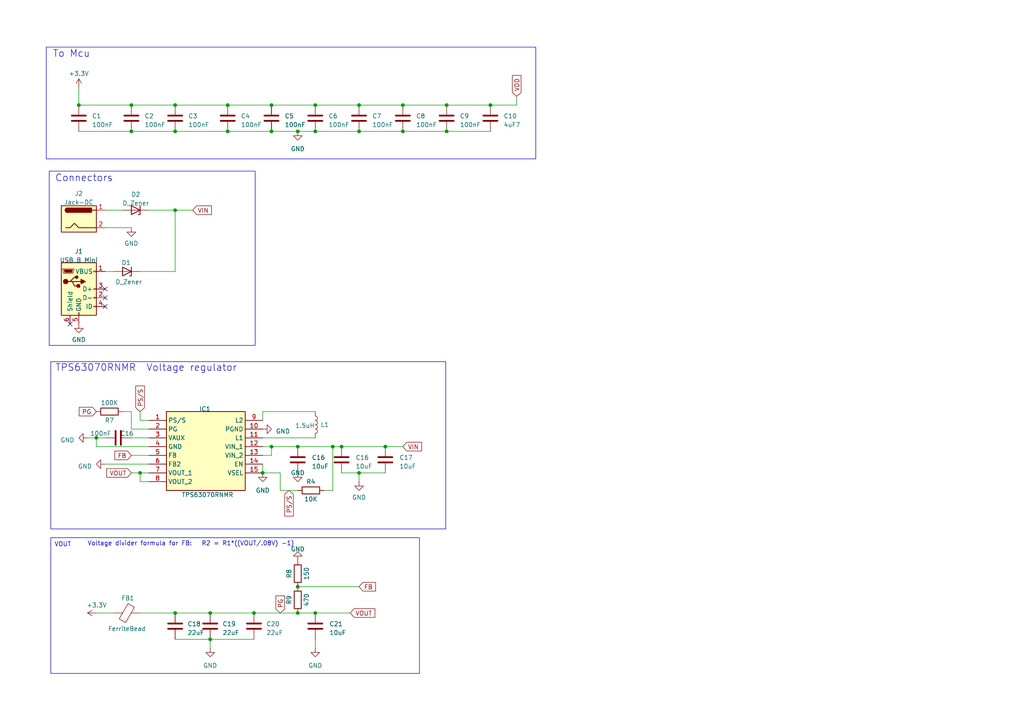
<source format=kicad_sch>
(kicad_sch (version 20230121) (generator eeschema)
  (paper "A4")
  (title_block (title "Component Supply") (date "2023-03-21") (rev "1.0"))
  (lib_symbols
    (symbol "Connector:Jack-DC" (pin_names (offset 1.016))
      (property "Reference" "J2" (at 0 7.366 0))
      (property "Value" "Jack-DC" (at 0 4.826 0))
      (symbol "Jack-DC_0_1"
        (rectangle (start -5.08 3.81) (end 5.08 -3.81) (stroke (width 0.254)) (fill (type background)))
        (arc (start -3.302 3.175) (mid -3.9343 2.54) (end -3.302 1.905) (stroke (width 0.254)))
        (arc (start -3.302 3.175) (mid -3.9343 2.54) (end -3.302 1.905) (stroke (width 0.254)) (fill (type outline)))
        (rectangle (start -3.302 3.175) (end 3.683 1.905) (stroke (width 0.254)) (fill (type outline)))
        (polyline (pts (xy 5.08 2.54) (xy 3.81 2.54)) (stroke (width 0.254)))
        (polyline (pts (xy -3.81 -2.54) (xy -2.54 -2.54) (xy -1.27 -1.27) (xy 0 -2.54) (xy 2.54 -2.54) (xy 5.08 -2.54)) (stroke (width 0.254)))
      )
      (symbol "Jack-DC_1_1"
        (pin power_out line (at 7.62 2.54 180) (length 2.54) (name "~") (number "1"))
        (pin passive line (at 7.62 -2.54 180) (length 2.54) (name "~") (number "2"))
      )
    )
    (symbol "Connector:USB_B_Mini" (pin_names (offset 1.016))
      (property "Reference" "J" (at -5.08 11.43 0))
      (property "Value" "USB_B_Mini" (at -5.08 8.89 0))
      (symbol "USB_B_Mini_0_1"
        (rectangle (start -5.08 -7.62) (end 5.08 7.62) (stroke (width 0.254)) (fill (type background)))
        (circle (center -3.81 2.159) (radius 0.635) (stroke (width 0.254)) (fill (type outline)))
        (circle (center -0.635 3.429) (radius 0.381) (stroke (width 0.254)) (fill (type outline)))
        (rectangle (start -0.127 -7.62) (end 0.127 -6.858))
        (polyline (pts (xy -1.905 2.159) (xy 0.635 2.159)) (stroke (width 0.254)))
        (polyline (pts (xy -3.175 2.159) (xy -2.54 2.159) (xy -1.27 3.429) (xy -0.635 3.429)) (stroke (width 0.254)))
        (polyline (pts (xy -2.54 2.159) (xy -1.905 2.159) (xy -1.27 0.889) (xy 0 0.889)) (stroke (width 0.254)))
        (polyline (pts (xy 0.635 2.794) (xy 0.635 1.524) (xy 1.905 2.159) (xy 0.635 2.794)) (stroke (width 0.254)) (fill (type outline)))
        (polyline (pts (xy -4.318 5.588) (xy -1.778 5.588) (xy -2.032 4.826) (xy -4.064 4.826) (xy -4.318 5.588)) (fill (type outline)))
        (polyline (pts (xy -4.699 5.842) (xy -4.699 5.588) (xy -4.445 4.826) (xy -4.445 4.572) (xy -1.651 4.572) (xy -1.651 4.826) (xy -1.397 5.588) (xy -1.397 5.842) (xy -4.699 5.842)))
        (rectangle (start 0.254 1.27) (end -0.508 0.508) (stroke (width 0.254)) (fill (type outline)))
        (rectangle (start 5.08 -5.207) (end 4.318 -4.953))
        (rectangle (start 5.08 -2.667) (end 4.318 -2.413))
        (rectangle (start 5.08 -0.127) (end 4.318 0.127))
        (rectangle (start 5.08 4.953) (end 4.318 5.207))
      )
      (symbol "USB_B_Mini_1_1"
        (pin power_out line (at 7.62 5.08 180) (length 2.54) (name "VBUS") (number "1"))
        (pin bidirectional line (at 7.62 -2.54 180) (length 2.54) (name "D-") (number "2"))
        (pin bidirectional line (at 7.62 0 180) (length 2.54) (name "D+") (number "3"))
        (pin passive line (at 7.62 -5.08 180) (length 2.54) (name "ID") (number "4"))
        (pin power_out line (at 0 -10.16 90) (length 2.54) (name "GND") (number "5"))
        (pin passive line (at -2.54 -10.16 90) (length 2.54) (name "Shield") (number "6"))
      )
    )
    (symbol "Device:C" (pin_numbers hide) (pin_names (offset 0.254))
      (property "Reference" "C" (at 0.635 2.54 0))
      (property "Value" "C" (at 0.635 -2.54 0))
      (symbol "C_0_1"
        (polyline (pts (xy -2.032 -0.762) (xy 2.032 -0.762)) (stroke (width 0.508)))
        (polyline (pts (xy -2.032 0.762) (xy 2.032 0.762)) (stroke (width 0.508)))
      )
      (symbol "C_1_1"
        (pin passive line (at 0 3.81 270) (length 2.794) (name "~") (number "1"))
        (pin passive line (at 0 -3.81 90) (length 2.794) (name "~") (number "2"))
      )
    )
    (symbol "Device:D_Zener" (pin_numbers hide) (pin_names (offset 1.016) hide)
      (property "Reference" "D" (at 0 2.54 0))
      (property "Value" "D_Zener" (at 0 -2.54 0))
      (symbol "D_Zener_0_1"
        (polyline (pts (xy 1.27 0) (xy -1.27 0)))
        (polyline (pts (xy -1.27 -1.27) (xy -1.27 1.27) (xy -0.762 1.27)) (stroke (width 0.254)))
        (polyline (pts (xy 1.27 -1.27) (xy 1.27 1.27) (xy -1.27 0) (xy 1.27 -1.27)) (stroke (width 0.254)))
      )
      (symbol "D_Zener_1_1"
        (pin passive line (at -3.81 0 0) (length 2.54) (name "K") (number "1"))
        (pin passive line (at 3.81 0 180) (length 2.54) (name "A") (number "2"))
      )
    )
    (symbol "Device:FerriteBead" (pin_numbers hide) (pin_names (offset 0))
      (property "Reference" "FB" (at -3.81 0.635 90))
      (property "Value" "FerriteBead" (at 3.81 0 90))
      (symbol "FerriteBead_0_1"
        (polyline (pts (xy 0 -1.27) (xy 0 -1.2192)))
        (polyline (pts (xy 0 1.27) (xy 0 1.2954)))
        (polyline (pts (xy -2.7686 0.4064) (xy -1.7018 2.2606) (xy 2.7686 -0.3048) (xy 1.6764 -2.159) (xy -2.7686 0.4064)))
      )
      (symbol "FerriteBead_1_1"
        (pin passive line (at 0 3.81 270) (length 2.54) (name "~") (number "1"))
        (pin passive line (at 0 -3.81 90) (length 2.54) (name "~") (number "2"))
      )
    )
    (symbol "Device:L" (pin_numbers hide) (pin_names (offset 1.016) hide)
      (property "Reference" "L" (at -1.27 0 90))
      (property "Value" "L" (at 1.905 0 90))
      (symbol "L_0_1"
        (arc (start 0 -2.54) (mid 0.6323 -1.905) (end 0 -1.27))
        (arc (start 0 -1.27) (mid 0.6323 -0.635) (end 0 0))
        (arc (start 0 0) (mid 0.6323 0.635) (end 0 1.27))
        (arc (start 0 1.27) (mid 0.6323 1.905) (end 0 2.54))
      )
      (symbol "L_1_1"
        (pin passive line (at 0 3.81 270) (length 1.27) (name "1") (number "1"))
        (pin passive line (at 0 -3.81 90) (length 1.27) (name "2") (number "2"))
      )
    )
    (symbol "Device:R" (pin_numbers hide) (pin_names (offset 0))
      (property "Reference" "R" (at 2.032 0 90))
      (property "Value" "R" (at 0 0 90))
      (symbol "R_0_1"
        (rectangle (start -1.016 -2.54) (end 1.016 2.54) (stroke (width 0.254)))
      )
      (symbol "R_1_1"
        (pin passive line (at 0 3.81 270) (length 1.27) (name "~") (number "1"))
        (pin passive line (at 0 -3.81 90) (length 1.27) (name "~") (number "2"))
      )
    )
    (symbol "TPS63070RNMR:TPS63070RNMR"
      (property "Reference" "IC2" (at 16.256 3.302 0))
      (property "Value" "TPS63070RNMR" (at 17.018 -21.59 0))
      (symbol "TPS63070RNMR_1_1"
        (rectangle (start 5.08 2.54) (end 27.94 -20.32) (stroke (width 0.254)) (fill (type background)))
        (pin passive line (at 0 0 0) (length 5.08) (name "PS/S") (number "1"))
        (pin passive line (at 33.02 -2.54 180) (length 5.08) (name "PGND") (number "10"))
        (pin passive line (at 33.02 -5.08 180) (length 5.08) (name "L1") (number "11"))
        (pin passive line (at 33.02 -7.62 180) (length 5.08) (name "VIN_1") (number "12"))
        (pin passive line (at 33.02 -10.16 180) (length 5.08) (name "VIN_2") (number "13"))
        (pin passive line (at 33.02 -12.7 180) (length 5.08) (name "EN") (number "14"))
        (pin passive line (at 33.02 -15.24 180) (length 5.08) (name "VSEL") (number "15"))
        (pin passive line (at 0 -2.54 0) (length 5.08) (name "PG") (number "2"))
        (pin passive line (at 0 -5.08 0) (length 5.08) (name "VAUX") (number "3"))
        (pin passive line (at 0 -7.62 0) (length 5.08) (name "GND") (number "4"))
        (pin passive line (at 0 -10.16 0) (length 5.08) (name "FB") (number "5"))
        (pin passive line (at 0 -12.7 0) (length 5.08) (name "FB2") (number "6"))
        (pin power_out line (at 0 -15.24 0) (length 5.08) (name "VOUT_1") (number "7"))
        (pin power_in line (at 0 -17.78 0) (length 5.08) (name "VOUT_2") (number "8"))
        (pin passive line (at 33.02 0 180) (length 5.08) (name "L2") (number "9"))
      )
    )
    (symbol "power:+3.3V" (power) (pin_names (offset 0))
      (property "Value" "+3.3V" (at 0 3.556 0))
      (symbol "+3.3V_0_1"
        (polyline (pts (xy -0.762 1.27) (xy 0 2.54)))
        (polyline (pts (xy 0 0) (xy 0 2.54)))
        (polyline (pts (xy 0 2.54) (xy 0.762 1.27)))
      )
      (symbol "+3.3V_1_1"
        (pin power_in line (at 0 0 90) (length 0) hide (name "+3.3V") (number "1"))
      )
    )
    (symbol "power:GND" (power) (pin_names (offset 0))
      (property "Value" "GND" (at 0 -3.81 0))
      (symbol "GND_0_1"
        (polyline (pts (xy 0 0) (xy 0 -1.27) (xy 1.27 -1.27) (xy 0 -2.54) (xy -1.27 -1.27) (xy 0 -1.27)))
      )
      (symbol "GND_1_1"
        (pin power_in line (at 0 0 270) (length 0) hide (name "GND") (number "1"))
      )
    )
  )
  (junction (at 66.04 38.1))
  (junction (at 60.96 185.42))
  (junction (at 73.66 177.8))
  (junction (at 86.36 170.18))
  (junction (at 78.74 38.1))
  (junction (at 38.1 38.1))
  (junction (at 50.8 177.8))
  (junction (at 50.8 38.1))
  (junction (at 99.06 129.54))
  (junction (at 129.54 30.48))
  (junction (at 60.96 177.8))
  (junction (at 66.04 30.48))
  (junction (at 91.44 38.1))
  (junction (at 96.52 129.54))
  (junction (at 76.2 137.16))
  (junction (at 91.44 177.8))
  (junction (at 78.74 129.54))
  (junction (at 104.14 30.48))
  (junction (at 104.14 38.1))
  (junction (at 86.36 177.8))
  (junction (at 40.64 137.16))
  (junction (at 111.76 129.54))
  (junction (at 86.36 129.54))
  (junction (at 86.36 38.1))
  (junction (at 129.54 38.1))
  (junction (at 142.24 30.48))
  (junction (at 50.8 30.48))
  (junction (at 38.1 30.48))
  (junction (at 50.8 60.96))
  (junction (at 116.84 38.1))
  (junction (at 27.94 127))
  (junction (at 22.86 30.48))
  (junction (at 116.84 30.48))
  (junction (at 78.74 30.48))
  (junction (at 104.14 137.16))
  (junction (at 91.44 30.48))
  (no_connect (at 30.48 88.9))
  (no_connect (at 30.48 86.36))
  (no_connect (at 30.48 83.82))
  (no_connect (at 20.32 93.98))
  (wire (pts (xy 93.98 142.24) (xy 96.52 142.24)))
  (wire (pts (xy 104.14 137.16) (xy 111.76 137.16)))
  (wire (pts (xy 91.44 177.8) (xy 101.6 177.8)))
  (wire (pts (xy 38.1 119.38) (xy 38.1 124.46)))
  (wire (pts (xy 142.24 30.48) (xy 149.86 30.48)))
  (wire (pts (xy 129.54 30.48) (xy 142.24 30.48)))
  (wire (pts (xy 38.1 30.48) (xy 50.8 30.48)))
  (wire (pts (xy 25.4 127) (xy 27.94 127)))
  (wire (pts (xy 78.74 30.48) (xy 91.44 30.48)))
  (wire (pts (xy 91.44 30.48) (xy 104.14 30.48)))
  (wire (pts (xy 96.52 129.54) (xy 99.06 129.54)))
  (wire (pts (xy 116.84 38.1) (xy 129.54 38.1)))
  (wire (pts (xy 86.36 177.8) (xy 91.44 177.8)))
  (wire (pts (xy 104.14 170.18) (xy 86.36 170.18)))
  (wire (pts (xy 76.2 137.16) (xy 81.28 137.16)))
  (wire (pts (xy 104.14 30.48) (xy 116.84 30.48)))
  (wire (pts (xy 81.28 137.16) (xy 81.28 142.24)))
  (wire (pts (xy 40.64 78.74) (xy 50.8 78.74)))
  (wire (pts (xy 76.2 119.38) (xy 91.44 119.38)))
  (wire (pts (xy 116.84 30.48) (xy 129.54 30.48)))
  (wire (pts (xy 22.86 38.1) (xy 38.1 38.1)))
  (wire (pts (xy 50.8 185.42) (xy 60.96 185.42)))
  (wire (pts (xy 66.04 30.48) (xy 78.74 30.48)))
  (wire (pts (xy 43.18 129.54) (xy 27.94 129.54)))
  (wire (pts (xy 38.1 124.46) (xy 43.18 124.46)))
  (wire (pts (xy 78.74 38.1) (xy 86.36 38.1)))
  (wire (pts (xy 50.8 60.96) (xy 55.88 60.96)))
  (wire (pts (xy 30.48 60.96) (xy 35.56 60.96)))
  (wire (pts (xy 91.44 185.42) (xy 91.44 187.96)))
  (wire (pts (xy 50.8 78.74) (xy 50.8 60.96)))
  (wire (pts (xy 22.86 25.4) (xy 22.86 30.48)))
  (wire (pts (xy 50.8 30.48) (xy 66.04 30.48)))
  (wire (pts (xy 76.2 127) (xy 91.44 127)))
  (wire (pts (xy 78.74 129.54) (xy 78.74 132.08)))
  (wire (pts (xy 27.94 177.8) (xy 33.02 177.8)))
  (wire (pts (xy 38.1 127) (xy 43.18 127)))
  (wire (pts (xy 40.64 177.8) (xy 50.8 177.8)))
  (wire (pts (xy 129.54 38.1) (xy 142.24 38.1)))
  (wire (pts (xy 99.06 129.54) (xy 111.76 129.54)))
  (wire (pts (xy 50.8 177.8) (xy 60.96 177.8)))
  (wire (pts (xy 35.56 119.38) (xy 38.1 119.38)))
  (wire (pts (xy 86.36 38.1) (xy 91.44 38.1)))
  (wire (pts (xy 50.8 60.96) (xy 43.18 60.96)))
  (wire (pts (xy 22.86 30.48) (xy 38.1 30.48)))
  (wire (pts (xy 40.64 121.92) (xy 43.18 121.92)))
  (wire (pts (xy 40.64 119.38) (xy 40.64 121.92)))
  (wire (pts (xy 27.94 127) (xy 27.94 129.54)))
  (wire (pts (xy 50.8 38.1) (xy 66.04 38.1)))
  (wire (pts (xy 43.18 137.16) (xy 40.64 137.16)))
  (wire (pts (xy 66.04 38.1) (xy 78.74 38.1)))
  (wire (pts (xy 73.66 177.8) (xy 86.36 177.8)))
  (wire (pts (xy 30.48 134.62) (xy 43.18 134.62)))
  (wire (pts (xy 76.2 129.54) (xy 78.74 129.54)))
  (wire (pts (xy 81.28 142.24) (xy 86.36 142.24)))
  (wire (pts (xy 60.96 185.42) (xy 60.96 187.96)))
  (wire (pts (xy 30.48 66.04) (xy 38.1 66.04)))
  (wire (pts (xy 111.76 129.54) (xy 116.84 129.54)))
  (wire (pts (xy 30.48 78.74) (xy 33.02 78.74)))
  (wire (pts (xy 96.52 142.24) (xy 96.52 129.54)))
  (wire (pts (xy 104.14 137.16) (xy 104.14 139.7)))
  (wire (pts (xy 76.2 137.16) (xy 76.2 134.62)))
  (wire (pts (xy 104.14 38.1) (xy 116.84 38.1)))
  (wire (pts (xy 76.2 132.08) (xy 78.74 132.08)))
  (wire (pts (xy 38.1 132.08) (xy 43.18 132.08)))
  (wire (pts (xy 38.1 38.1) (xy 50.8 38.1)))
  (wire (pts (xy 40.64 137.16) (xy 40.64 139.7)))
  (wire (pts (xy 91.44 38.1) (xy 104.14 38.1)))
  (wire (pts (xy 149.86 27.94) (xy 149.86 30.48)))
  (wire (pts (xy 99.06 137.16) (xy 104.14 137.16)))
  (wire (pts (xy 60.96 177.8) (xy 73.66 177.8)))
  (wire (pts (xy 60.96 185.42) (xy 73.66 185.42)))
  (wire (pts (xy 78.74 129.54) (xy 86.36 129.54)))
  (wire (pts (xy 86.36 129.54) (xy 96.52 129.54)))
  (wire (pts (xy 76.2 119.38) (xy 76.2 121.92)))
  (wire (pts (xy 38.1 137.16) (xy 40.64 137.16)))
  (wire (pts (xy 40.64 139.7) (xy 43.18 139.7)))
  (wire (pts (xy 27.94 127) (xy 30.48 127)))
  (rectangle (start 13.4112 13.6652) (end 155.3972 46.0756))
  (rectangle (start 14.732 155.956) (end 121.666 195.326))
  (rectangle (start 14.732 104.902) (end 129.286 153.416))
  (rectangle (start 14.2748 49.6316) (end 74.0156 100.1776))
  (text "TPS63070RNMR  Voltage regulator" (at 16.002 107.95 0) (effects (font (size 2 2)) (justify left bottom)))
  (text " Voltage divider formula for FB:   R2 = R1*((VOUT/.08V) -1)" (at 24.384 158.496 0) (effects (font (size 1.27 1.27)) (justify left bottom)))
  (text "To Mcu" (at 15.2908 16.8656 0) (effects (font (size 2 2)) (justify left bottom)))
  (text "VOUT\n" (at 15.748 158.75 0) (effects (font (size 1.27 1.27)) (justify left bottom)))
  (text "Connectors" (at 15.9512 52.9336 0) (effects (font (size 2 2)) (justify left bottom)))
  (global_label "FB" (shape input) (at 104.14 170.18 0) (property "Intersheetrefs" "${INTERSHEET_REFS}" (effects hide)))
  (global_label "VOUT" (shape input) (at 101.6 177.8 0) (property "Intersheetrefs" "${INTERSHEET_REFS}" (effects hide)))
  (global_label "PG" (shape input) (at 81.28 177.8 90) (property "Intersheetrefs" "${INTERSHEET_REFS}" (effects hide)))
  (global_label "PS{slash}S" (shape input) (at 83.82 142.24 270) (property "Intersheetrefs" "${INTERSHEET_REFS}" (effects hide)))
  (global_label "VDD" (shape input) (at 149.86 27.94 90) (property "Intersheetrefs" "${INTERSHEET_REFS}" (effects hide)))
  (global_label "VOUT" (shape input) (at 38.1 137.16 180) (property "Intersheetrefs" "${INTERSHEET_REFS}" (effects hide)))
  (global_label "PG" (shape input) (at 27.94 119.38 180) (property "Intersheetrefs" "${INTERSHEET_REFS}" (effects hide)))
  (global_label "FB" (shape input) (at 38.1 132.08 180) (property "Intersheetrefs" "${INTERSHEET_REFS}" (effects hide)))
  (global_label "VIN" (shape input) (at 116.84 129.54 0) (property "Intersheetrefs" "${INTERSHEET_REFS}" (effects hide)))
  (global_label "PS{slash}S" (shape input) (at 40.64 119.38 90) (property "Intersheetrefs" "${INTERSHEET_REFS}" (effects hide)))
  (global_label "VIN" (shape input) (at 55.88 60.96 0) (property "Intersheetrefs" "${INTERSHEET_REFS}" (effects hide)))
  (symbol (lib_id "Device:L") (at 91.44 123.19 0) (unit 1)
    (property "Reference" "L1" (at 92.964 123.19 0) (effects (justify left)))
    (property "Value" "1.5uH" (at 85.598 123.444 0) (effects (justify left)))
    (instances (project "power_supply" (path "" (reference "L1") (unit 1)) (path "" (reference "L2") (unit 1))))
  )
  (symbol (lib_id "Device:C") (at 73.66 181.61 0) (unit 1)
    (property "Reference" "C20" (at 77.216 180.975 0) (effects (justify left)))
    (property "Value" "22uF" (at 77.216 183.515 0) (effects (justify left)))
    (instances (project "power_supply" (path "" (reference "C20") (unit 1)) (path "" (reference "C29") (unit 1))))
  )
  (symbol (lib_id "power:GND") (at 91.44 187.96 0) (unit 1)
    (property "Reference" "#PWR023" (effects hide))
    (property "Value" "GND" (at 91.44 193.04 0))
    (instances (project "power_supply" (path "" (reference "#PWR023") (unit 1)) (path "" (reference "#PWR035") (unit 1))))
  )
  (symbol (lib_id "Device:C") (at 91.44 34.29 0) (unit 1)
    (property "Reference" "C6" (at 95.25 33.655 0) (effects (justify left)))
    (property "Value" "100nF" (at 95.25 36.195 0) (effects (justify left)))
    (instances (project "power_supply" (path "" (reference "C6") (unit 1)) (path "" (reference "C30") (unit 1))))
  )
  (symbol (lib_id "Device:D_Zener") (at 36.83 78.74 180) (unit 1)
    (property "Reference" "D1" (at 36.576 76.2 0))
    (property "Value" "D_Zener" (at 37.338 81.788 0))
  )
  (symbol (lib_id "power:GND") (at 22.86 93.98 0) (unit 1)
    (property "Reference" "#PWR017" (effects hide))
    (property "Value" "GND" (at 22.86 98.552 0))
    (instances (project "power_supply" (path "" (reference "#PWR017") (unit 1)) (path "" (reference "#PWR09") (unit 1))))
  )
  (symbol (lib_id "Device:C") (at 111.76 133.35 0) (unit 1)
    (property "Reference" "C17" (at 115.824 132.715 0) (effects (justify left)))
    (property "Value" "10uF" (at 115.824 135.255 0) (effects (justify left)))
    (instances (project "power_supply" (path "" (reference "C17") (unit 1)) (path "" (reference "C35") (unit 1))))
  )
  (symbol (lib_id "TPS63070RNMR:TPS63070RNMR") (at 43.18 121.92 0) (unit 1)
    (property "Reference" "IC1" (at 59.436 118.618 0))
    (property "Value" "TPS63070RNMR" (at 60.198 143.51 0))
    (property "Footprint" "Custom_eric:TPS630701RNMR" (effects hide))
    (property "Datasheet" "http://www.ti.com/lit/gpn/tps63070" (effects hide))
    (property "Mouser Part Number" "595-TPS63070RNMR" (effects hide))
    (property "Mouser Price/Stock" "https://www.mouser.co.uk/ProductDetail/Texas-Instruments/TPS63070RNMR?qs=LuYMPh7GGMS51GHntBDRnQ%3D%3D" (effects hide))
    (property "Manufacturer_Name" "Texas Instruments" (effects hide))
    (property "Manufacturer_Part_Number" "TPS63070RNMR" (effects hide))
    (instances (project "power_supply" (path "" (reference "IC1") (unit 1)) (path "" (reference "IC2") (unit 1))))
  )
  (symbol (lib_id "power:+3.3V") (at 27.94 177.8 90) (unit 1)
    (property "Reference" "#PWR016" (effects hide))
    (property "Value" "+3.3V" (at 30.988 175.514 90) (effects (justify left)))
    (instances (project "power_supply" (path "" (reference "#PWR016") (unit 1)) (path "" (reference "#PWR025") (unit 1))))
  )
  (symbol (lib_id "Device:D_Zener") (at 39.37 60.96 180) (unit 1)
    (property "Reference" "D2" (at 39.37 56.388 0))
    (property "Value" "D_Zener" (at 39.37 58.928 0))
  )
  (symbol (lib_id "power:GND") (at 25.4 127 270) (unit 1)
    (property "Reference" "#PWR019" (effects hide))
    (property "Value" "GND" (at 21.59 127.635 90) (effects (justify right)))
    (instances (project "power_supply" (path "" (reference "#PWR019") (unit 1)) (path "" (reference "#PWR028") (unit 1))))
  )
  (symbol (lib_id "Device:C") (at 142.24 34.29 0) (unit 1)
    (property "Reference" "C10" (at 146.05 33.655 0) (effects (justify left)))
    (property "Value" "4uF7" (at 146.05 36.195 0) (effects (justify left)))
    (instances (project "power_supply" (path "" (reference "C10") (unit 1)) (path "" (reference "C37") (unit 1))))
  )
  (symbol (lib_id "Device:C") (at 116.84 34.29 0) (unit 1)
    (property "Reference" "C8" (at 120.65 33.655 0) (effects (justify left)))
    (property "Value" "100nF" (at 120.65 36.195 0) (effects (justify left)))
    (instances (project "power_supply" (path "" (reference "C8") (unit 1)) (path "" (reference "C33") (unit 1))))
  )
  (symbol (lib_id "power:GND") (at 60.96 187.96 0) (unit 1)
    (property "Reference" "#PWR024" (effects hide))
    (property "Value" "GND" (at 60.96 193.04 0))
    (instances (project "power_supply" (path "" (reference "#PWR024") (unit 1)) (path "" (reference "#PWR031") (unit 1))))
  )
  (symbol (lib_id "power:GND") (at 104.14 139.7 0) (unit 1)
    (property "Reference" "#PWR017" (effects hide))
    (property "Value" "GND" (at 104.14 144.272 0))
    (instances (project "power_supply" (path "" (reference "#PWR017") (unit 1)) (path "" (reference "#PWR036") (unit 1))))
  )
  (symbol (lib_id "power:GND") (at 30.48 134.62 270) (unit 1)
    (property "Reference" "#PWR021" (effects hide))
    (property "Value" "GND" (at 26.67 135.255 90) (effects (justify right)))
    (instances (project "power_supply" (path "" (reference "#PWR021") (unit 1)) (path "" (reference "#PWR029") (unit 1))))
  )
  (symbol (lib_id "Device:C") (at 99.06 133.35 0) (unit 1)
    (property "Reference" "C16" (at 103.124 132.715 0) (effects (justify left)))
    (property "Value" "10uF" (at 103.124 135.255 0) (effects (justify left)))
    (instances (project "power_supply" (path "" (reference "C16") (unit 1)) (path "" (reference "C34") (unit 1))))
  )
  (symbol (lib_id "Device:R") (at 90.17 142.24 90) (unit 1)
    (property "Reference" "R4" (at 90.17 139.7 90))
    (property "Value" "10K" (at 90.17 144.78 90))
    (instances (project "power_supply" (path "" (reference "R4") (unit 1)) (path "" (reference "R13") (unit 1))))
  )
  (symbol (lib_id "Device:R") (at 86.36 173.99 180) (unit 1)
    (property "Reference" "R9" (at 83.82 173.99 90))
    (property "Value" "470" (at 88.9 173.99 90))
    (instances (project "power_supply" (path "" (reference "R9") (unit 1)) (path "" (reference "R12") (unit 1))))
  )
  (symbol (lib_id "Device:C") (at 38.1 34.29 0) (unit 1)
    (property "Reference" "C2" (at 41.91 33.655 0) (effects (justify left)))
    (property "Value" "100nF" (at 41.91 36.195 0) (effects (justify left)))
    (instances (project "power_supply" (path "" (reference "C2") (unit 1)) (path "" (reference "C23") (unit 1))))
  )
  (symbol (lib_id "power:GND") (at 86.36 38.1 0) (unit 1)
    (property "Reference" "#PWR01" (effects hide))
    (property "Value" "GND" (at 86.36 43.18 0))
    (instances (project "power_supply" (path "" (reference "#PWR01") (unit 1)) (path "" (reference "#PWR027") (unit 1))))
  )
  (symbol (lib_id "Device:C") (at 78.74 34.29 0) (unit 1)
    (property "Reference" "C5" (at 82.55 33.655 0) (effects (justify left)))
    (property "Value" "100nF" (at 82.55 36.195 0) (effects (justify left)))
    (instances (project "power_supply" (path "" (reference "C5") (unit 1)) (path "" (reference "C28") (unit 1))))
  )
  (symbol (lib_id "Connector:USB_B_Mini") (at 22.86 83.82 0) (unit 1)
    (property "Reference" "J1" (at 22.86 72.898 0))
    (property "Value" "USB_B_Mini" (at 22.86 75.438 0))
    (property "Footprint" "Connector_USB:USB_Micro-B_Molex_47346-0001" (effects hide))
  )
  (symbol (lib_id "Device:C") (at 129.54 34.29 0) (unit 1)
    (property "Reference" "C9" (at 133.35 33.655 0) (effects (justify left)))
    (property "Value" "100nF" (at 133.35 36.195 0) (effects (justify left)))
    (instances (project "power_supply" (path "" (reference "C9") (unit 1)) (path "" (reference "C36") (unit 1))))
  )
  (symbol (lib_id "power:GND") (at 76.2 124.46 90) (unit 1)
    (property "Reference" "#PWR014" (effects hide))
    (property "Value" "GND" (at 80.01 125.095 90) (effects (justify right)))
    (instances (project "power_supply" (path "" (reference "#PWR014") (unit 1)) (path "" (reference "#PWR032") (unit 1))))
  )
  (symbol (lib_id "Device:C") (at 60.96 181.61 0) (unit 1)
    (property "Reference" "C19" (at 64.516 180.975 0) (effects (justify left)))
    (property "Value" "22uF" (at 64.516 183.515 0) (effects (justify left)))
    (instances (project "power_supply" (path "" (reference "C19") (unit 1)) (path "" (reference "C27") (unit 1))))
  )
  (symbol (lib_id "Device:C") (at 50.8 34.29 0) (unit 1)
    (property "Reference" "C3" (at 54.61 33.655 0) (effects (justify left)))
    (property "Value" "100nF" (at 54.61 36.195 0) (effects (justify left)))
    (instances (project "power_supply" (path "" (reference "C3") (unit 1)) (path "" (reference "C24") (unit 1))))
  )
  (symbol (lib_id "power:GND") (at 38.1 66.04 0) (unit 1)
    (property "Reference" "#PWR017" (effects hide))
    (property "Value" "GND" (at 38.1 70.612 0))
    (instances (project "power_supply" (path "" (reference "#PWR017") (unit 1)) (path "" (reference "#PWR012") (unit 1))))
  )
  (symbol (lib_id "power:GND") (at 86.36 162.56 180) (unit 1)
    (property "Reference" "#PWR022" (effects hide))
    (property "Value" "GND" (at 86.36 159.258 0))
    (instances (project "power_supply" (path "" (reference "#PWR022") (unit 1)) (path "" (reference "#PWR033") (unit 1))))
  )
  (symbol (lib_id "power:+3.3V") (at 22.86 25.4 0) (unit 1)
    (property "Reference" "#PWR012" (effects hide))
    (property "Value" "+3.3V" (at 22.86 21.336 0))
    (instances (project "power_supply" (path "" (reference "#PWR012") (unit 1)) (path "" (reference "#PWR026") (unit 1))))
  )
  (symbol (lib_id "power:GND") (at 76.2 137.16 0) (unit 1)
    (property "Reference" "#PWR018" (effects hide))
    (property "Value" "GND" (at 76.2 142.24 0))
    (instances (project "power_supply" (path "" (reference "#PWR018") (unit 1)) (path "" (reference "#PWR034") (unit 1))))
  )
  (symbol (lib_id "Device:C") (at 22.86 34.29 0) (unit 1)
    (property "Reference" "C1" (at 26.67 33.655 0) (effects (justify left)))
    (property "Value" "100nF" (at 26.67 36.195 0) (effects (justify left)))
    (instances (project "power_supply" (path "" (reference "C1") (unit 1)) (path "" (reference "C22") (unit 1))))
  )
  (symbol (lib_id "Device:C") (at 104.14 34.29 0) (unit 1)
    (property "Reference" "C7" (at 107.95 33.655 0) (effects (justify left)))
    (property "Value" "100nF" (at 107.95 36.195 0) (effects (justify left)))
    (instances (project "power_supply" (path "" (reference "C7") (unit 1)) (path "" (reference "C32") (unit 1))))
  )
  (symbol (lib_id "Device:R") (at 31.75 119.38 270) (unit 1)
    (property "Reference" "R7" (at 31.75 121.92 90))
    (property "Value" "100K" (at 31.75 116.84 90))
    (instances (project "power_supply" (path "" (reference "R7") (unit 1)) (path "" (reference "R10") (unit 1))))
  )
  (symbol (lib_id "power:GND") (at 86.36 137.16 0) (unit 1)
    (property "Reference" "#PWR018" (effects hide))
    (property "Value" "GND" (at 86.36 137.16 0))
    (instances (project "power_supply" (path "" (reference "#PWR018") (unit 1)) (path "" (reference "#PWR014") (unit 1))))
  )
  (symbol (lib_id "Device:C") (at 91.44 181.61 0) (unit 1)
    (property "Reference" "C21" (at 95.504 180.975 0) (effects (justify left)))
    (property "Value" "10uF" (at 95.504 183.515 0) (effects (justify left)))
    (instances (project "power_supply" (path "" (reference "C21") (unit 1)) (path "" (reference "C31") (unit 1))))
  )
  (symbol (lib_id "Device:R") (at 86.36 166.37 180) (unit 1)
    (property "Reference" "R8" (at 83.82 166.37 90))
    (property "Value" "150" (at 88.9 166.37 90))
    (instances (project "power_supply" (path "" (reference "R8") (unit 1)) (path "" (reference "R11") (unit 1))))
  )
  (symbol (lib_id "Device:C") (at 50.8 181.61 0) (unit 1)
    (property "Reference" "C18" (at 54.356 180.975 0) (effects (justify left)))
    (property "Value" "22uF" (at 54.356 183.515 0) (effects (justify left)))
    (instances (project "power_supply" (path "" (reference "C18") (unit 1)) (path "" (reference "C25") (unit 1))))
  )
  (symbol (lib_id "Connector:Jack-DC") (at 22.86 63.5 0) (unit 1)
    (property "Reference" "J2" (at 22.86 56.134 0))
    (property "Value" "Jack-DC" (at 22.86 58.674 0))
  )
  (symbol (lib_id "Device:C") (at 66.04 34.29 0) (unit 1)
    (property "Reference" "C4" (at 69.85 33.655 0) (effects (justify left)))
    (property "Value" "100nF" (at 69.85 36.195 0) (effects (justify left)))
    (instances (project "power_supply" (path "" (reference "C4") (unit 1)) (path "" (reference "C26") (unit 1))))
  )
  (symbol (lib_id "Device:C") (at 34.29 127 90) (unit 1)
    (property "Reference" "C16" (at 36.83 125.73 90))
    (property "Value" "100nF" (at 29.21 125.73 90))
    (instances (project "power_supply" (path "" (reference "C16") (unit 1)) (path "" (reference "C2") (unit 1))))
  )
  (symbol (lib_id "Device:C") (at 86.36 133.35 0) (unit 1)
    (property "Reference" "C16" (at 90.424 132.715 0) (effects (justify left)))
    (property "Value" "10uF" (at 90.424 135.255 0) (effects (justify left)))
    (instances (project "power_supply" (path "" (reference "C16") (unit 1)) (path "" (reference "C1") (unit 1))))
  )
  (symbol (lib_id "Device:FerriteBead") (at 36.83 177.8 90) (unit 1)
    (property "Reference" "FB1" (at 37.084 173.482 90))
    (property "Value" "FerriteBead" (at 36.83 182.372 90))
    (instances (project "power_supply" (path "" (reference "FB1") (unit 1)) (path "" (reference "FB2") (unit 1))))
  )
)
</source>
